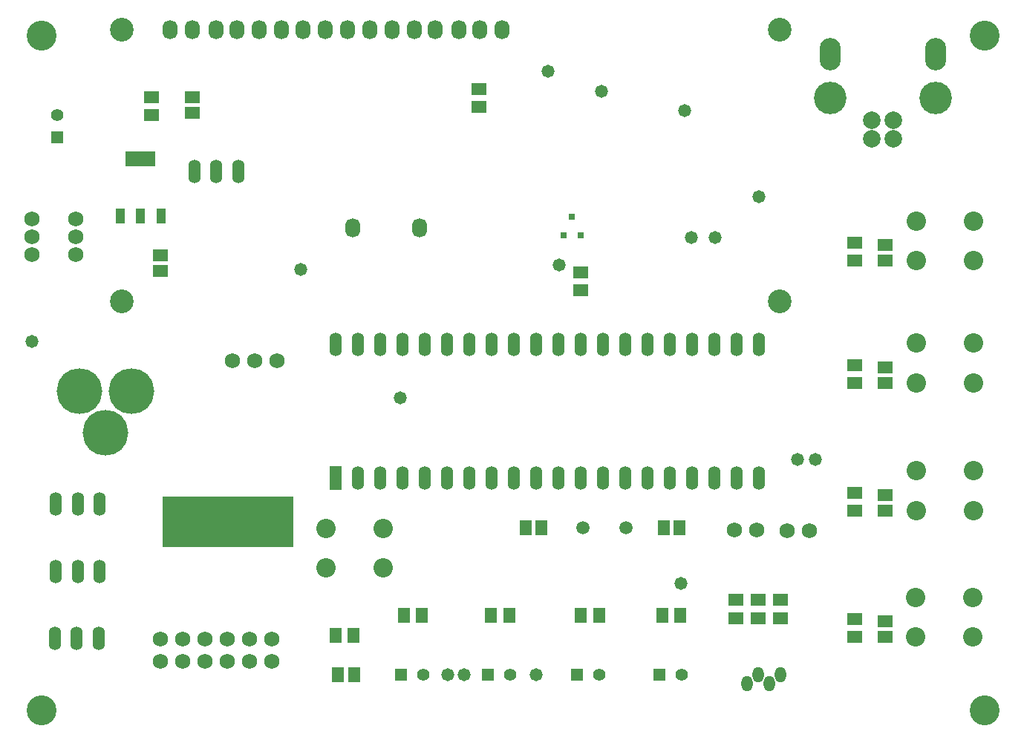
<source format=gts>
G04*
G04 #@! TF.GenerationSoftware,Altium Limited,Altium Designer,19.0.15 (446)*
G04*
G04 Layer_Color=8388736*
%FSLAX24Y24*%
%MOIN*%
G70*
G01*
G75*
%ADD20R,0.5906X0.2254*%
%ADD21R,0.0277X0.0316*%
%ADD22R,0.0696X0.0568*%
%ADD23R,0.1320X0.0671*%
%ADD24R,0.0411X0.0671*%
%ADD25R,0.0671X0.0572*%
%ADD26R,0.0572X0.0671*%
%ADD27R,0.0568X0.0696*%
%ADD28C,0.0552*%
%ADD29R,0.0552X0.0552*%
%ADD30R,0.0552X0.0552*%
%ADD31C,0.0680*%
%ADD32C,0.1064*%
%ADD33O,0.0671X0.0867*%
%ADD34O,0.0552X0.1064*%
%ADD35O,0.0513X0.0710*%
%ADD36C,0.0592*%
%ADD37O,0.0680X0.0867*%
%ADD38C,0.0867*%
%ADD39R,0.0552X0.1064*%
%ADD40O,0.0552X0.1064*%
%ADD41C,0.2049*%
%ADD42C,0.0789*%
%ADD43C,0.1458*%
%ADD44O,0.0946X0.1458*%
%ADD45C,0.1340*%
%ADD46C,0.0580*%
D20*
X9921Y10044D02*
D03*
D21*
X25374Y23755D02*
D03*
X25000Y22908D02*
D03*
X25748D02*
D03*
D22*
X8327Y29101D02*
D03*
Y28400D02*
D03*
X6909Y21322D02*
D03*
Y22022D02*
D03*
X39419Y21764D02*
D03*
Y22465D02*
D03*
Y4880D02*
D03*
Y5581D02*
D03*
Y16284D02*
D03*
Y16985D02*
D03*
Y10550D02*
D03*
Y11251D02*
D03*
D23*
X6014Y26329D02*
D03*
D24*
X6915Y23770D02*
D03*
X6014D02*
D03*
X5112D02*
D03*
D25*
X25748Y20428D02*
D03*
Y21235D02*
D03*
X32746Y5723D02*
D03*
Y6530D02*
D03*
X6484Y28302D02*
D03*
Y29109D02*
D03*
X21201Y29473D02*
D03*
Y28666D02*
D03*
X34734Y5723D02*
D03*
Y6530D02*
D03*
X33720Y5723D02*
D03*
Y6530D02*
D03*
X38080Y22578D02*
D03*
Y21771D02*
D03*
Y5687D02*
D03*
Y4880D02*
D03*
Y17075D02*
D03*
Y16268D02*
D03*
Y11357D02*
D03*
Y10550D02*
D03*
D26*
X29439Y5841D02*
D03*
X30246D02*
D03*
X17834D02*
D03*
X18641D02*
D03*
X15571Y4936D02*
D03*
X14764D02*
D03*
X21742Y5841D02*
D03*
X22549D02*
D03*
X25778D02*
D03*
X26585D02*
D03*
D27*
X14880Y3174D02*
D03*
X15581D02*
D03*
X23310Y9785D02*
D03*
X24011D02*
D03*
X30197D02*
D03*
X29496D02*
D03*
D28*
X18681Y3174D02*
D03*
X22589D02*
D03*
X26610D02*
D03*
X30309D02*
D03*
X2275Y28294D02*
D03*
D29*
X17681Y3174D02*
D03*
X21589D02*
D03*
X25610D02*
D03*
X29309D02*
D03*
D30*
X2275Y27294D02*
D03*
D31*
X32677Y9690D02*
D03*
X33677D02*
D03*
X36030Y9650D02*
D03*
X35030D02*
D03*
X12132Y17261D02*
D03*
X11132D02*
D03*
X10132D02*
D03*
X6883Y3781D02*
D03*
X7883D02*
D03*
X9883D02*
D03*
X8883D02*
D03*
X10883D02*
D03*
X11883D02*
D03*
Y4781D02*
D03*
X10883D02*
D03*
X8883D02*
D03*
X9883D02*
D03*
X7883D02*
D03*
X6883D02*
D03*
X1132Y22057D02*
D03*
Y22844D02*
D03*
Y23632D02*
D03*
X3100D02*
D03*
Y22844D02*
D03*
Y22057D02*
D03*
D32*
X34700Y19944D02*
D03*
Y32149D02*
D03*
X5172Y19944D02*
D03*
Y32149D02*
D03*
D33*
X22238D02*
D03*
X21238D02*
D03*
X20288D02*
D03*
X19238D02*
D03*
X18288D02*
D03*
X17288D02*
D03*
X16288D02*
D03*
X15288D02*
D03*
X14288D02*
D03*
X13288D02*
D03*
X12338D02*
D03*
X11338D02*
D03*
X10338D02*
D03*
X9388D02*
D03*
X8338D02*
D03*
X7338D02*
D03*
D34*
X4124Y4814D02*
D03*
X3139D02*
D03*
X2155D02*
D03*
X4169Y7794D02*
D03*
X3184D02*
D03*
X2200D02*
D03*
X4169Y10844D02*
D03*
X3184D02*
D03*
X2200D02*
D03*
X8415Y25782D02*
D03*
X9400D02*
D03*
X10384D02*
D03*
D35*
X34722Y3161D02*
D03*
X34222Y2761D02*
D03*
X33722Y3161D02*
D03*
X33222Y2761D02*
D03*
D36*
X27782Y9785D02*
D03*
X25851D02*
D03*
D37*
X18543Y23253D02*
D03*
X15543D02*
D03*
D38*
X43400Y23544D02*
D03*
X40841D02*
D03*
Y21773D02*
D03*
X43400D02*
D03*
Y18061D02*
D03*
X40841D02*
D03*
Y16289D02*
D03*
X43400D02*
D03*
X43389Y12328D02*
D03*
X40830D02*
D03*
Y10556D02*
D03*
X43389D02*
D03*
X43359Y6644D02*
D03*
X40800D02*
D03*
Y4873D02*
D03*
X43359D02*
D03*
X14331Y7972D02*
D03*
X16890D02*
D03*
Y9744D02*
D03*
X14331D02*
D03*
D39*
X14770Y12026D02*
D03*
D40*
X15770D02*
D03*
X16770D02*
D03*
X17770D02*
D03*
X18770D02*
D03*
X19770D02*
D03*
X20770D02*
D03*
X21770D02*
D03*
X22770D02*
D03*
X23770D02*
D03*
X24770D02*
D03*
X25770D02*
D03*
X26770D02*
D03*
X27770D02*
D03*
X28770D02*
D03*
X29770D02*
D03*
X30770D02*
D03*
X31770D02*
D03*
X32770D02*
D03*
X33770D02*
D03*
X14770Y18026D02*
D03*
X15770D02*
D03*
X16770D02*
D03*
X17770D02*
D03*
X18770D02*
D03*
X19770D02*
D03*
X20770D02*
D03*
X21770D02*
D03*
X22770D02*
D03*
X23770D02*
D03*
X24770D02*
D03*
X25770D02*
D03*
X26770D02*
D03*
X27770D02*
D03*
X28770D02*
D03*
X29770D02*
D03*
X30770D02*
D03*
X31770D02*
D03*
X32770D02*
D03*
X33770D02*
D03*
D41*
X4431Y14044D02*
D03*
X3250Y15894D02*
D03*
X5612D02*
D03*
D42*
X38828Y27230D02*
D03*
X39812D02*
D03*
Y28070D02*
D03*
X38828D02*
D03*
D43*
X41690Y29084D02*
D03*
X36950D02*
D03*
D44*
X41690Y31044D02*
D03*
X36950D02*
D03*
D45*
X43898Y1575D02*
D03*
Y31890D02*
D03*
X1575D02*
D03*
Y1575D02*
D03*
D46*
X1142Y18159D02*
D03*
X24301Y30280D02*
D03*
X36299Y12830D02*
D03*
X35502Y12859D02*
D03*
X17677Y15615D02*
D03*
X13209Y21373D02*
D03*
X30256Y7278D02*
D03*
X24793Y21580D02*
D03*
X30738Y22800D02*
D03*
X31811D02*
D03*
X33760Y24650D02*
D03*
X26713Y29365D02*
D03*
X30433Y28509D02*
D03*
X19813Y3161D02*
D03*
X20541Y3174D02*
D03*
X23778Y3174D02*
D03*
M02*

</source>
